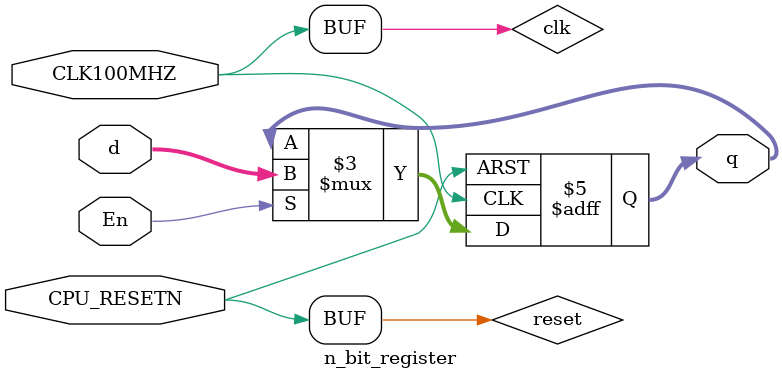
<source format=sv>
`timescale 1ns / 1ps


module n_bit_register#(parameter n=8)
(
input wire [n-1:0] d, //Data input
input wire CLK100MHZ,
input wire CPU_RESETN,
input wire En,
output reg [n-1:0] q
);
wire clk,reset;
wire reg_clk;

assign clk = CLK100MHZ;
assign reset=CPU_RESETN;

always @(posedge clk, negedge reset)
begin 
    if(~reset) q <= 0;
    else if (En) q <= d;
end

//DFlip_Flop FF0(.d(d[0]),.CLK100MHZ(reg_clk),.CPU_RESETN(En_reset),.q(q[0]));
//DFlip_Flop FF1(.d(d[1]),.CLK100MHZ(reg_clk),.CPU_RESETN(En_reset),.q(q[1]));
//DFlip_Flop FF2(.d(d[2]),.CLK100MHZ(reg_clk),.CPU_RESETN(En_reset),.q(q[2]));
//DFlip_Flop FF3(.d(d[3]),.CLK100MHZ(reg_clk),.CPU_RESETN(En_reset),.q(q[3]));


endmodule


</source>
